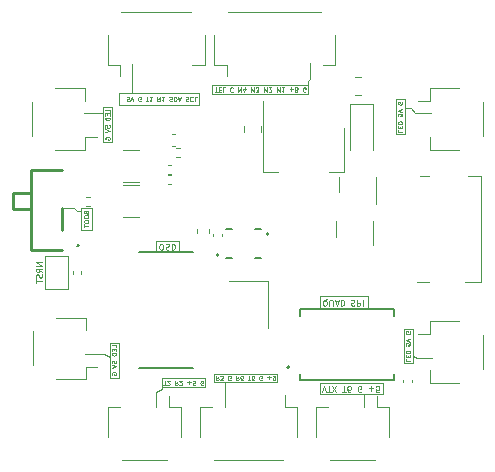
<source format=gbr>
%TF.GenerationSoftware,KiCad,Pcbnew,(6.0.4)*%
%TF.CreationDate,2023-01-18T22:00:33-06:00*%
%TF.ProjectId,Flight_Controller,466c6967-6874-45f4-936f-6e74726f6c6c,rev?*%
%TF.SameCoordinates,Original*%
%TF.FileFunction,Legend,Bot*%
%TF.FilePolarity,Positive*%
%FSLAX46Y46*%
G04 Gerber Fmt 4.6, Leading zero omitted, Abs format (unit mm)*
G04 Created by KiCad (PCBNEW (6.0.4)) date 2023-01-18 22:00:33*
%MOMM*%
%LPD*%
G01*
G04 APERTURE LIST*
%ADD10C,0.101600*%
%ADD11C,0.050800*%
%ADD12C,0.076200*%
%ADD13C,0.120000*%
%ADD14C,0.127000*%
%ADD15C,0.200000*%
%ADD16C,0.254000*%
%ADD17C,0.100000*%
G04 APERTURE END LIST*
D10*
X142060000Y-64110000D02*
X142230000Y-63950000D01*
X129660000Y-89260000D02*
X133380000Y-89260000D01*
X133380000Y-89260000D02*
X133380000Y-89990000D01*
X133380000Y-89990000D02*
X129660000Y-89990000D01*
X129660000Y-89990000D02*
X129660000Y-89260000D01*
X143080000Y-89690000D02*
X148370000Y-89690000D01*
X148370000Y-89690000D02*
X148370000Y-90560000D01*
X148370000Y-90560000D02*
X143080000Y-90560000D01*
X143080000Y-90560000D02*
X143080000Y-89690000D01*
X129220000Y-90460000D02*
X129740000Y-90180000D01*
X147160000Y-83400000D02*
X143050000Y-83400000D01*
X143050000Y-83400000D02*
X143050000Y-82330000D01*
X143050000Y-82330000D02*
X147160000Y-82330000D01*
X147160000Y-82330000D02*
X147160000Y-83400000D01*
X127190000Y-62650000D02*
X127190000Y-65150000D01*
X142230000Y-62570000D02*
X142230000Y-63950000D01*
X152480000Y-66800000D02*
X151130000Y-66800000D01*
X146830000Y-90560000D02*
X146830000Y-91720000D01*
X129200000Y-78550000D02*
X131110000Y-78550000D01*
X131110000Y-78550000D02*
X131110000Y-77650000D01*
X131110000Y-77650000D02*
X129200000Y-77650000D01*
X129200000Y-77650000D02*
X129200000Y-78550000D01*
X142060000Y-64450000D02*
X142060000Y-64110000D01*
X133970000Y-64450000D02*
X142060000Y-64450000D01*
X142060000Y-64450000D02*
X142060000Y-65200000D01*
X142060000Y-65200000D02*
X133970000Y-65200000D01*
X133970000Y-65200000D02*
X133970000Y-64450000D01*
X151310000Y-87550000D02*
X152590000Y-87550000D01*
X126020000Y-89205000D02*
X125260000Y-89205000D01*
X125260000Y-89205000D02*
X125260000Y-86255000D01*
X125260000Y-86255000D02*
X126020000Y-86255000D01*
X126020000Y-86255000D02*
X126020000Y-89205000D01*
X121210000Y-74830000D02*
X122290000Y-74830000D01*
X150760000Y-66420000D02*
X150280000Y-66420000D01*
X123070000Y-66800000D02*
X124710000Y-66800000D01*
X134115000Y-88860000D02*
X139425000Y-88860000D01*
X139425000Y-88860000D02*
X139425000Y-89590000D01*
X139425000Y-89590000D02*
X134115000Y-89590000D01*
X134115000Y-89590000D02*
X134115000Y-88860000D01*
X135030000Y-91730000D02*
X135030000Y-89590000D01*
X151130000Y-66800000D02*
X150760000Y-66420000D01*
X122520000Y-75130000D02*
X122850000Y-75130000D01*
X149490000Y-65640000D02*
X150250000Y-65640000D01*
X150250000Y-65640000D02*
X150250000Y-68590000D01*
X150250000Y-68590000D02*
X149490000Y-68590000D01*
X149490000Y-68590000D02*
X149490000Y-65640000D01*
X124760000Y-87230000D02*
X125260000Y-87450000D01*
X126080000Y-65150000D02*
X132840000Y-65150000D01*
X132840000Y-65150000D02*
X132840000Y-66110000D01*
X132840000Y-66110000D02*
X126080000Y-66110000D01*
X126080000Y-66110000D02*
X126080000Y-65150000D01*
X123150000Y-87230000D02*
X124760000Y-87230000D01*
X129740000Y-90180000D02*
X129740000Y-89990000D01*
X150150000Y-85055000D02*
X150910000Y-85055000D01*
X150910000Y-85055000D02*
X150910000Y-88005000D01*
X150910000Y-88005000D02*
X150150000Y-88005000D01*
X150150000Y-88005000D02*
X150150000Y-85055000D01*
X150910000Y-87350000D02*
X151310000Y-87550000D01*
X122290000Y-74830000D02*
X122520000Y-75130000D01*
X122850000Y-74880000D02*
X123750000Y-74880000D01*
X123750000Y-74880000D02*
X123750000Y-76750000D01*
X123750000Y-76750000D02*
X122850000Y-76750000D01*
X122850000Y-76750000D02*
X122850000Y-74880000D01*
X125470000Y-69275000D02*
X124710000Y-69275000D01*
X124710000Y-69275000D02*
X124710000Y-66325000D01*
X124710000Y-66325000D02*
X125470000Y-66325000D01*
X125470000Y-66325000D02*
X125470000Y-69275000D01*
X129220000Y-91710000D02*
X129220000Y-90460000D01*
D11*
X125282357Y-66714571D02*
X125282357Y-66533142D01*
X124901357Y-66533142D01*
X125082785Y-66841571D02*
X125082785Y-66968571D01*
X125282357Y-67023000D02*
X125282357Y-66841571D01*
X124901357Y-66841571D01*
X124901357Y-67023000D01*
X125282357Y-67186285D02*
X124901357Y-67186285D01*
X124901357Y-67277000D01*
X124919500Y-67331428D01*
X124955785Y-67367714D01*
X124992071Y-67385857D01*
X125064642Y-67404000D01*
X125119071Y-67404000D01*
X125191642Y-67385857D01*
X125227928Y-67367714D01*
X125264214Y-67331428D01*
X125282357Y-67277000D01*
X125282357Y-67186285D01*
X124901357Y-68039000D02*
X124901357Y-67857571D01*
X125082785Y-67839428D01*
X125064642Y-67857571D01*
X125046500Y-67893857D01*
X125046500Y-67984571D01*
X125064642Y-68020857D01*
X125082785Y-68039000D01*
X125119071Y-68057142D01*
X125209785Y-68057142D01*
X125246071Y-68039000D01*
X125264214Y-68020857D01*
X125282357Y-67984571D01*
X125282357Y-67893857D01*
X125264214Y-67857571D01*
X125246071Y-67839428D01*
X124901357Y-68166000D02*
X125282357Y-68293000D01*
X124901357Y-68420000D01*
X124919500Y-69036857D02*
X124901357Y-69000571D01*
X124901357Y-68946142D01*
X124919500Y-68891714D01*
X124955785Y-68855428D01*
X124992071Y-68837285D01*
X125064642Y-68819142D01*
X125119071Y-68819142D01*
X125191642Y-68837285D01*
X125227928Y-68855428D01*
X125264214Y-68891714D01*
X125282357Y-68946142D01*
X125282357Y-68982428D01*
X125264214Y-69036857D01*
X125246071Y-69055000D01*
X125119071Y-69055000D01*
X125119071Y-68982428D01*
D12*
X129595714Y-78378190D02*
X129692476Y-78378190D01*
X129740857Y-78354000D01*
X129789238Y-78305619D01*
X129813428Y-78208857D01*
X129813428Y-78039523D01*
X129789238Y-77942761D01*
X129740857Y-77894380D01*
X129692476Y-77870190D01*
X129595714Y-77870190D01*
X129547333Y-77894380D01*
X129498952Y-77942761D01*
X129474761Y-78039523D01*
X129474761Y-78208857D01*
X129498952Y-78305619D01*
X129547333Y-78354000D01*
X129595714Y-78378190D01*
X130006952Y-77894380D02*
X130079523Y-77870190D01*
X130200476Y-77870190D01*
X130248857Y-77894380D01*
X130273047Y-77918571D01*
X130297238Y-77966952D01*
X130297238Y-78015333D01*
X130273047Y-78063714D01*
X130248857Y-78087904D01*
X130200476Y-78112095D01*
X130103714Y-78136285D01*
X130055333Y-78160476D01*
X130031142Y-78184666D01*
X130006952Y-78233047D01*
X130006952Y-78281428D01*
X130031142Y-78329809D01*
X130055333Y-78354000D01*
X130103714Y-78378190D01*
X130224666Y-78378190D01*
X130297238Y-78354000D01*
X130514952Y-77870190D02*
X130514952Y-78378190D01*
X130635904Y-78378190D01*
X130708476Y-78354000D01*
X130756857Y-78305619D01*
X130781047Y-78257238D01*
X130805238Y-78160476D01*
X130805238Y-78087904D01*
X130781047Y-77991142D01*
X130756857Y-77942761D01*
X130708476Y-77894380D01*
X130635904Y-77870190D01*
X130514952Y-77870190D01*
D11*
X150337642Y-87615428D02*
X150337642Y-87796857D01*
X150718642Y-87796857D01*
X150537214Y-87488428D02*
X150537214Y-87361428D01*
X150337642Y-87307000D02*
X150337642Y-87488428D01*
X150718642Y-87488428D01*
X150718642Y-87307000D01*
X150337642Y-87143714D02*
X150718642Y-87143714D01*
X150718642Y-87053000D01*
X150700500Y-86998571D01*
X150664214Y-86962285D01*
X150627928Y-86944142D01*
X150555357Y-86926000D01*
X150500928Y-86926000D01*
X150428357Y-86944142D01*
X150392071Y-86962285D01*
X150355785Y-86998571D01*
X150337642Y-87053000D01*
X150337642Y-87143714D01*
X150718642Y-86291000D02*
X150718642Y-86472428D01*
X150537214Y-86490571D01*
X150555357Y-86472428D01*
X150573500Y-86436142D01*
X150573500Y-86345428D01*
X150555357Y-86309142D01*
X150537214Y-86291000D01*
X150500928Y-86272857D01*
X150410214Y-86272857D01*
X150373928Y-86291000D01*
X150355785Y-86309142D01*
X150337642Y-86345428D01*
X150337642Y-86436142D01*
X150355785Y-86472428D01*
X150373928Y-86490571D01*
X150718642Y-86164000D02*
X150337642Y-86037000D01*
X150718642Y-85910000D01*
X150700500Y-85293142D02*
X150718642Y-85329428D01*
X150718642Y-85383857D01*
X150700500Y-85438285D01*
X150664214Y-85474571D01*
X150627928Y-85492714D01*
X150555357Y-85510857D01*
X150500928Y-85510857D01*
X150428357Y-85492714D01*
X150392071Y-85474571D01*
X150355785Y-85438285D01*
X150337642Y-85383857D01*
X150337642Y-85347571D01*
X150355785Y-85293142D01*
X150373928Y-85275000D01*
X150500928Y-85275000D01*
X150500928Y-85347571D01*
D12*
X143665333Y-82561809D02*
X143616952Y-82586000D01*
X143568571Y-82634380D01*
X143496000Y-82706952D01*
X143447619Y-82731142D01*
X143399238Y-82731142D01*
X143423428Y-82610190D02*
X143375047Y-82634380D01*
X143326666Y-82682761D01*
X143302476Y-82779523D01*
X143302476Y-82948857D01*
X143326666Y-83045619D01*
X143375047Y-83094000D01*
X143423428Y-83118190D01*
X143520190Y-83118190D01*
X143568571Y-83094000D01*
X143616952Y-83045619D01*
X143641142Y-82948857D01*
X143641142Y-82779523D01*
X143616952Y-82682761D01*
X143568571Y-82634380D01*
X143520190Y-82610190D01*
X143423428Y-82610190D01*
X143858857Y-83118190D02*
X143858857Y-82706952D01*
X143883047Y-82658571D01*
X143907238Y-82634380D01*
X143955619Y-82610190D01*
X144052380Y-82610190D01*
X144100761Y-82634380D01*
X144124952Y-82658571D01*
X144149142Y-82706952D01*
X144149142Y-83118190D01*
X144366857Y-82755333D02*
X144608761Y-82755333D01*
X144318476Y-82610190D02*
X144487809Y-83118190D01*
X144657142Y-82610190D01*
X144826476Y-82610190D02*
X144826476Y-83118190D01*
X144947428Y-83118190D01*
X145020000Y-83094000D01*
X145068380Y-83045619D01*
X145092571Y-82997238D01*
X145116761Y-82900476D01*
X145116761Y-82827904D01*
X145092571Y-82731142D01*
X145068380Y-82682761D01*
X145020000Y-82634380D01*
X144947428Y-82610190D01*
X144826476Y-82610190D01*
X145697333Y-82634380D02*
X145769904Y-82610190D01*
X145890857Y-82610190D01*
X145939238Y-82634380D01*
X145963428Y-82658571D01*
X145987619Y-82706952D01*
X145987619Y-82755333D01*
X145963428Y-82803714D01*
X145939238Y-82827904D01*
X145890857Y-82852095D01*
X145794095Y-82876285D01*
X145745714Y-82900476D01*
X145721523Y-82924666D01*
X145697333Y-82973047D01*
X145697333Y-83021428D01*
X145721523Y-83069809D01*
X145745714Y-83094000D01*
X145794095Y-83118190D01*
X145915047Y-83118190D01*
X145987619Y-83094000D01*
X146205333Y-82610190D02*
X146205333Y-83118190D01*
X146398857Y-83118190D01*
X146447238Y-83094000D01*
X146471428Y-83069809D01*
X146495619Y-83021428D01*
X146495619Y-82948857D01*
X146471428Y-82900476D01*
X146447238Y-82876285D01*
X146398857Y-82852095D01*
X146205333Y-82852095D01*
X146713333Y-82610190D02*
X146713333Y-83118190D01*
D11*
X123272785Y-75222928D02*
X123290928Y-75277357D01*
X123309071Y-75295500D01*
X123345357Y-75313642D01*
X123399785Y-75313642D01*
X123436071Y-75295500D01*
X123454214Y-75277357D01*
X123472357Y-75241071D01*
X123472357Y-75095928D01*
X123091357Y-75095928D01*
X123091357Y-75222928D01*
X123109500Y-75259214D01*
X123127642Y-75277357D01*
X123163928Y-75295500D01*
X123200214Y-75295500D01*
X123236500Y-75277357D01*
X123254642Y-75259214D01*
X123272785Y-75222928D01*
X123272785Y-75095928D01*
X123091357Y-75549500D02*
X123091357Y-75622071D01*
X123109500Y-75658357D01*
X123145785Y-75694642D01*
X123218357Y-75712785D01*
X123345357Y-75712785D01*
X123417928Y-75694642D01*
X123454214Y-75658357D01*
X123472357Y-75622071D01*
X123472357Y-75549500D01*
X123454214Y-75513214D01*
X123417928Y-75476928D01*
X123345357Y-75458785D01*
X123218357Y-75458785D01*
X123145785Y-75476928D01*
X123109500Y-75513214D01*
X123091357Y-75549500D01*
X123091357Y-75948642D02*
X123091357Y-76021214D01*
X123109500Y-76057500D01*
X123145785Y-76093785D01*
X123218357Y-76111928D01*
X123345357Y-76111928D01*
X123417928Y-76093785D01*
X123454214Y-76057500D01*
X123472357Y-76021214D01*
X123472357Y-75948642D01*
X123454214Y-75912357D01*
X123417928Y-75876071D01*
X123345357Y-75857928D01*
X123218357Y-75857928D01*
X123145785Y-75876071D01*
X123109500Y-75912357D01*
X123091357Y-75948642D01*
X123091357Y-76220785D02*
X123091357Y-76438500D01*
X123472357Y-76329642D02*
X123091357Y-76329642D01*
X134184642Y-65018642D02*
X134402357Y-65018642D01*
X134293500Y-64637642D02*
X134293500Y-65018642D01*
X134529357Y-64837214D02*
X134656357Y-64837214D01*
X134710785Y-64637642D02*
X134529357Y-64637642D01*
X134529357Y-65018642D01*
X134710785Y-65018642D01*
X135055500Y-64637642D02*
X134874071Y-64637642D01*
X134874071Y-65018642D01*
X135690500Y-64673928D02*
X135672357Y-64655785D01*
X135617928Y-64637642D01*
X135581642Y-64637642D01*
X135527214Y-64655785D01*
X135490928Y-64692071D01*
X135472785Y-64728357D01*
X135454642Y-64800928D01*
X135454642Y-64855357D01*
X135472785Y-64927928D01*
X135490928Y-64964214D01*
X135527214Y-65000500D01*
X135581642Y-65018642D01*
X135617928Y-65018642D01*
X135672357Y-65000500D01*
X135690500Y-64982357D01*
X136144071Y-64637642D02*
X136144071Y-65018642D01*
X136271071Y-64746500D01*
X136398071Y-65018642D01*
X136398071Y-64637642D01*
X136742785Y-64891642D02*
X136742785Y-64637642D01*
X136652071Y-65036785D02*
X136561357Y-64764642D01*
X136797214Y-64764642D01*
X137232642Y-64637642D02*
X137232642Y-65018642D01*
X137359642Y-64746500D01*
X137486642Y-65018642D01*
X137486642Y-64637642D01*
X137631785Y-65018642D02*
X137867642Y-65018642D01*
X137740642Y-64873500D01*
X137795071Y-64873500D01*
X137831357Y-64855357D01*
X137849500Y-64837214D01*
X137867642Y-64800928D01*
X137867642Y-64710214D01*
X137849500Y-64673928D01*
X137831357Y-64655785D01*
X137795071Y-64637642D01*
X137686214Y-64637642D01*
X137649928Y-64655785D01*
X137631785Y-64673928D01*
X138321214Y-64637642D02*
X138321214Y-65018642D01*
X138448214Y-64746500D01*
X138575214Y-65018642D01*
X138575214Y-64637642D01*
X138738500Y-64982357D02*
X138756642Y-65000500D01*
X138792928Y-65018642D01*
X138883642Y-65018642D01*
X138919928Y-65000500D01*
X138938071Y-64982357D01*
X138956214Y-64946071D01*
X138956214Y-64909785D01*
X138938071Y-64855357D01*
X138720357Y-64637642D01*
X138956214Y-64637642D01*
X139409785Y-64637642D02*
X139409785Y-65018642D01*
X139536785Y-64746500D01*
X139663785Y-65018642D01*
X139663785Y-64637642D01*
X140044785Y-64637642D02*
X139827071Y-64637642D01*
X139935928Y-64637642D02*
X139935928Y-65018642D01*
X139899642Y-64964214D01*
X139863357Y-64927928D01*
X139827071Y-64909785D01*
X140498357Y-64782785D02*
X140788642Y-64782785D01*
X140643500Y-64637642D02*
X140643500Y-64927928D01*
X141097071Y-64837214D02*
X141151500Y-64819071D01*
X141169642Y-64800928D01*
X141187785Y-64764642D01*
X141187785Y-64710214D01*
X141169642Y-64673928D01*
X141151500Y-64655785D01*
X141115214Y-64637642D01*
X140970071Y-64637642D01*
X140970071Y-65018642D01*
X141097071Y-65018642D01*
X141133357Y-65000500D01*
X141151500Y-64982357D01*
X141169642Y-64946071D01*
X141169642Y-64909785D01*
X141151500Y-64873500D01*
X141133357Y-64855357D01*
X141097071Y-64837214D01*
X140970071Y-64837214D01*
X141840928Y-65000500D02*
X141804642Y-65018642D01*
X141750214Y-65018642D01*
X141695785Y-65000500D01*
X141659500Y-64964214D01*
X141641357Y-64927928D01*
X141623214Y-64855357D01*
X141623214Y-64800928D01*
X141641357Y-64728357D01*
X141659500Y-64692071D01*
X141695785Y-64655785D01*
X141750214Y-64637642D01*
X141786500Y-64637642D01*
X141840928Y-64655785D01*
X141859071Y-64673928D01*
X141859071Y-64800928D01*
X141786500Y-64800928D01*
D12*
X119539809Y-79445428D02*
X119031809Y-79445428D01*
X119539809Y-79735714D01*
X119031809Y-79735714D01*
X119539809Y-80267904D02*
X119297904Y-80098571D01*
X119539809Y-79977619D02*
X119031809Y-79977619D01*
X119031809Y-80171142D01*
X119056000Y-80219523D01*
X119080190Y-80243714D01*
X119128571Y-80267904D01*
X119201142Y-80267904D01*
X119249523Y-80243714D01*
X119273714Y-80219523D01*
X119297904Y-80171142D01*
X119297904Y-79977619D01*
X119515619Y-80461428D02*
X119539809Y-80534000D01*
X119539809Y-80654952D01*
X119515619Y-80703333D01*
X119491428Y-80727523D01*
X119443047Y-80751714D01*
X119394666Y-80751714D01*
X119346285Y-80727523D01*
X119322095Y-80703333D01*
X119297904Y-80654952D01*
X119273714Y-80558190D01*
X119249523Y-80509809D01*
X119225333Y-80485619D01*
X119176952Y-80461428D01*
X119128571Y-80461428D01*
X119080190Y-80485619D01*
X119056000Y-80509809D01*
X119031809Y-80558190D01*
X119031809Y-80679142D01*
X119056000Y-80751714D01*
X119031809Y-80896857D02*
X119031809Y-81187142D01*
X119539809Y-81042000D02*
X119031809Y-81042000D01*
D11*
X126901357Y-65798642D02*
X126719928Y-65798642D01*
X126701785Y-65617214D01*
X126719928Y-65635357D01*
X126756214Y-65653500D01*
X126846928Y-65653500D01*
X126883214Y-65635357D01*
X126901357Y-65617214D01*
X126919500Y-65580928D01*
X126919500Y-65490214D01*
X126901357Y-65453928D01*
X126883214Y-65435785D01*
X126846928Y-65417642D01*
X126756214Y-65417642D01*
X126719928Y-65435785D01*
X126701785Y-65453928D01*
X127028357Y-65798642D02*
X127155357Y-65417642D01*
X127282357Y-65798642D01*
X127899214Y-65780500D02*
X127862928Y-65798642D01*
X127808500Y-65798642D01*
X127754071Y-65780500D01*
X127717785Y-65744214D01*
X127699642Y-65707928D01*
X127681500Y-65635357D01*
X127681500Y-65580928D01*
X127699642Y-65508357D01*
X127717785Y-65472071D01*
X127754071Y-65435785D01*
X127808500Y-65417642D01*
X127844785Y-65417642D01*
X127899214Y-65435785D01*
X127917357Y-65453928D01*
X127917357Y-65580928D01*
X127844785Y-65580928D01*
X128316500Y-65798642D02*
X128534214Y-65798642D01*
X128425357Y-65417642D02*
X128425357Y-65798642D01*
X128860785Y-65417642D02*
X128643071Y-65417642D01*
X128751928Y-65417642D02*
X128751928Y-65798642D01*
X128715642Y-65744214D01*
X128679357Y-65707928D01*
X128643071Y-65689785D01*
X129532071Y-65417642D02*
X129405071Y-65599071D01*
X129314357Y-65417642D02*
X129314357Y-65798642D01*
X129459500Y-65798642D01*
X129495785Y-65780500D01*
X129513928Y-65762357D01*
X129532071Y-65726071D01*
X129532071Y-65671642D01*
X129513928Y-65635357D01*
X129495785Y-65617214D01*
X129459500Y-65599071D01*
X129314357Y-65599071D01*
X129894928Y-65417642D02*
X129677214Y-65417642D01*
X129786071Y-65417642D02*
X129786071Y-65798642D01*
X129749785Y-65744214D01*
X129713500Y-65707928D01*
X129677214Y-65689785D01*
X130330357Y-65435785D02*
X130384785Y-65417642D01*
X130475500Y-65417642D01*
X130511785Y-65435785D01*
X130529928Y-65453928D01*
X130548071Y-65490214D01*
X130548071Y-65526500D01*
X130529928Y-65562785D01*
X130511785Y-65580928D01*
X130475500Y-65599071D01*
X130402928Y-65617214D01*
X130366642Y-65635357D01*
X130348500Y-65653500D01*
X130330357Y-65689785D01*
X130330357Y-65726071D01*
X130348500Y-65762357D01*
X130366642Y-65780500D01*
X130402928Y-65798642D01*
X130493642Y-65798642D01*
X130548071Y-65780500D01*
X130711357Y-65417642D02*
X130711357Y-65798642D01*
X130802071Y-65798642D01*
X130856500Y-65780500D01*
X130892785Y-65744214D01*
X130910928Y-65707928D01*
X130929071Y-65635357D01*
X130929071Y-65580928D01*
X130910928Y-65508357D01*
X130892785Y-65472071D01*
X130856500Y-65435785D01*
X130802071Y-65417642D01*
X130711357Y-65417642D01*
X131074214Y-65526500D02*
X131255642Y-65526500D01*
X131037928Y-65417642D02*
X131164928Y-65798642D01*
X131291928Y-65417642D01*
X131691071Y-65435785D02*
X131745500Y-65417642D01*
X131836214Y-65417642D01*
X131872500Y-65435785D01*
X131890642Y-65453928D01*
X131908785Y-65490214D01*
X131908785Y-65526500D01*
X131890642Y-65562785D01*
X131872500Y-65580928D01*
X131836214Y-65599071D01*
X131763642Y-65617214D01*
X131727357Y-65635357D01*
X131709214Y-65653500D01*
X131691071Y-65689785D01*
X131691071Y-65726071D01*
X131709214Y-65762357D01*
X131727357Y-65780500D01*
X131763642Y-65798642D01*
X131854357Y-65798642D01*
X131908785Y-65780500D01*
X132289785Y-65453928D02*
X132271642Y-65435785D01*
X132217214Y-65417642D01*
X132180928Y-65417642D01*
X132126500Y-65435785D01*
X132090214Y-65472071D01*
X132072071Y-65508357D01*
X132053928Y-65580928D01*
X132053928Y-65635357D01*
X132072071Y-65707928D01*
X132090214Y-65744214D01*
X132126500Y-65780500D01*
X132180928Y-65798642D01*
X132217214Y-65798642D01*
X132271642Y-65780500D01*
X132289785Y-65762357D01*
X132634500Y-65417642D02*
X132453071Y-65417642D01*
X132453071Y-65798642D01*
X125832357Y-86644571D02*
X125832357Y-86463142D01*
X125451357Y-86463142D01*
X125632785Y-86771571D02*
X125632785Y-86898571D01*
X125832357Y-86953000D02*
X125832357Y-86771571D01*
X125451357Y-86771571D01*
X125451357Y-86953000D01*
X125832357Y-87116285D02*
X125451357Y-87116285D01*
X125451357Y-87207000D01*
X125469500Y-87261428D01*
X125505785Y-87297714D01*
X125542071Y-87315857D01*
X125614642Y-87334000D01*
X125669071Y-87334000D01*
X125741642Y-87315857D01*
X125777928Y-87297714D01*
X125814214Y-87261428D01*
X125832357Y-87207000D01*
X125832357Y-87116285D01*
X125451357Y-87969000D02*
X125451357Y-87787571D01*
X125632785Y-87769428D01*
X125614642Y-87787571D01*
X125596500Y-87823857D01*
X125596500Y-87914571D01*
X125614642Y-87950857D01*
X125632785Y-87969000D01*
X125669071Y-87987142D01*
X125759785Y-87987142D01*
X125796071Y-87969000D01*
X125814214Y-87950857D01*
X125832357Y-87914571D01*
X125832357Y-87823857D01*
X125814214Y-87787571D01*
X125796071Y-87769428D01*
X125451357Y-88096000D02*
X125832357Y-88223000D01*
X125451357Y-88350000D01*
X125469500Y-88966857D02*
X125451357Y-88930571D01*
X125451357Y-88876142D01*
X125469500Y-88821714D01*
X125505785Y-88785428D01*
X125542071Y-88767285D01*
X125614642Y-88749142D01*
X125669071Y-88749142D01*
X125741642Y-88767285D01*
X125777928Y-88785428D01*
X125814214Y-88821714D01*
X125832357Y-88876142D01*
X125832357Y-88912428D01*
X125814214Y-88966857D01*
X125796071Y-88985000D01*
X125669071Y-88985000D01*
X125669071Y-88912428D01*
D12*
X143268857Y-90438190D02*
X143438190Y-89930190D01*
X143607523Y-90438190D01*
X143704285Y-90438190D02*
X143994571Y-90438190D01*
X143849428Y-89930190D02*
X143849428Y-90438190D01*
X144115523Y-90438190D02*
X144454190Y-89930190D01*
X144454190Y-90438190D02*
X144115523Y-89930190D01*
X144962190Y-90438190D02*
X145252476Y-90438190D01*
X145107333Y-89930190D02*
X145107333Y-90438190D01*
X145639523Y-90438190D02*
X145542761Y-90438190D01*
X145494380Y-90414000D01*
X145470190Y-90389809D01*
X145421809Y-90317238D01*
X145397619Y-90220476D01*
X145397619Y-90026952D01*
X145421809Y-89978571D01*
X145446000Y-89954380D01*
X145494380Y-89930190D01*
X145591142Y-89930190D01*
X145639523Y-89954380D01*
X145663714Y-89978571D01*
X145687904Y-90026952D01*
X145687904Y-90147904D01*
X145663714Y-90196285D01*
X145639523Y-90220476D01*
X145591142Y-90244666D01*
X145494380Y-90244666D01*
X145446000Y-90220476D01*
X145421809Y-90196285D01*
X145397619Y-90147904D01*
X146558761Y-90414000D02*
X146510380Y-90438190D01*
X146437809Y-90438190D01*
X146365238Y-90414000D01*
X146316857Y-90365619D01*
X146292666Y-90317238D01*
X146268476Y-90220476D01*
X146268476Y-90147904D01*
X146292666Y-90051142D01*
X146316857Y-90002761D01*
X146365238Y-89954380D01*
X146437809Y-89930190D01*
X146486190Y-89930190D01*
X146558761Y-89954380D01*
X146582952Y-89978571D01*
X146582952Y-90147904D01*
X146486190Y-90147904D01*
X147187714Y-90123714D02*
X147574761Y-90123714D01*
X147381238Y-89930190D02*
X147381238Y-90317238D01*
X148058571Y-90438190D02*
X147816666Y-90438190D01*
X147792476Y-90196285D01*
X147816666Y-90220476D01*
X147865047Y-90244666D01*
X147986000Y-90244666D01*
X148034380Y-90220476D01*
X148058571Y-90196285D01*
X148082761Y-90147904D01*
X148082761Y-90026952D01*
X148058571Y-89978571D01*
X148034380Y-89954380D01*
X147986000Y-89930190D01*
X147865047Y-89930190D01*
X147816666Y-89954380D01*
X147792476Y-89978571D01*
D11*
X149677642Y-68200428D02*
X149677642Y-68381857D01*
X150058642Y-68381857D01*
X149877214Y-68073428D02*
X149877214Y-67946428D01*
X149677642Y-67892000D02*
X149677642Y-68073428D01*
X150058642Y-68073428D01*
X150058642Y-67892000D01*
X149677642Y-67728714D02*
X150058642Y-67728714D01*
X150058642Y-67638000D01*
X150040500Y-67583571D01*
X150004214Y-67547285D01*
X149967928Y-67529142D01*
X149895357Y-67511000D01*
X149840928Y-67511000D01*
X149768357Y-67529142D01*
X149732071Y-67547285D01*
X149695785Y-67583571D01*
X149677642Y-67638000D01*
X149677642Y-67728714D01*
X150058642Y-66876000D02*
X150058642Y-67057428D01*
X149877214Y-67075571D01*
X149895357Y-67057428D01*
X149913500Y-67021142D01*
X149913500Y-66930428D01*
X149895357Y-66894142D01*
X149877214Y-66876000D01*
X149840928Y-66857857D01*
X149750214Y-66857857D01*
X149713928Y-66876000D01*
X149695785Y-66894142D01*
X149677642Y-66930428D01*
X149677642Y-67021142D01*
X149695785Y-67057428D01*
X149713928Y-67075571D01*
X150058642Y-66749000D02*
X149677642Y-66622000D01*
X150058642Y-66495000D01*
X150040500Y-65878142D02*
X150058642Y-65914428D01*
X150058642Y-65968857D01*
X150040500Y-66023285D01*
X150004214Y-66059571D01*
X149967928Y-66077714D01*
X149895357Y-66095857D01*
X149840928Y-66095857D01*
X149768357Y-66077714D01*
X149732071Y-66059571D01*
X149695785Y-66023285D01*
X149677642Y-65968857D01*
X149677642Y-65932571D01*
X149695785Y-65878142D01*
X149713928Y-65860000D01*
X149840928Y-65860000D01*
X149840928Y-65932571D01*
X134484000Y-89047642D02*
X134357000Y-89229071D01*
X134266285Y-89047642D02*
X134266285Y-89428642D01*
X134411428Y-89428642D01*
X134447714Y-89410500D01*
X134465857Y-89392357D01*
X134484000Y-89356071D01*
X134484000Y-89301642D01*
X134465857Y-89265357D01*
X134447714Y-89247214D01*
X134411428Y-89229071D01*
X134266285Y-89229071D01*
X134611000Y-89428642D02*
X134846857Y-89428642D01*
X134719857Y-89283500D01*
X134774285Y-89283500D01*
X134810571Y-89265357D01*
X134828714Y-89247214D01*
X134846857Y-89210928D01*
X134846857Y-89120214D01*
X134828714Y-89083928D01*
X134810571Y-89065785D01*
X134774285Y-89047642D01*
X134665428Y-89047642D01*
X134629142Y-89065785D01*
X134611000Y-89083928D01*
X135500000Y-89410500D02*
X135463714Y-89428642D01*
X135409285Y-89428642D01*
X135354857Y-89410500D01*
X135318571Y-89374214D01*
X135300428Y-89337928D01*
X135282285Y-89265357D01*
X135282285Y-89210928D01*
X135300428Y-89138357D01*
X135318571Y-89102071D01*
X135354857Y-89065785D01*
X135409285Y-89047642D01*
X135445571Y-89047642D01*
X135500000Y-89065785D01*
X135518142Y-89083928D01*
X135518142Y-89210928D01*
X135445571Y-89210928D01*
X136189428Y-89047642D02*
X136062428Y-89229071D01*
X135971714Y-89047642D02*
X135971714Y-89428642D01*
X136116857Y-89428642D01*
X136153142Y-89410500D01*
X136171285Y-89392357D01*
X136189428Y-89356071D01*
X136189428Y-89301642D01*
X136171285Y-89265357D01*
X136153142Y-89247214D01*
X136116857Y-89229071D01*
X135971714Y-89229071D01*
X136516000Y-89428642D02*
X136443428Y-89428642D01*
X136407142Y-89410500D01*
X136389000Y-89392357D01*
X136352714Y-89337928D01*
X136334571Y-89265357D01*
X136334571Y-89120214D01*
X136352714Y-89083928D01*
X136370857Y-89065785D01*
X136407142Y-89047642D01*
X136479714Y-89047642D01*
X136516000Y-89065785D01*
X136534142Y-89083928D01*
X136552285Y-89120214D01*
X136552285Y-89210928D01*
X136534142Y-89247214D01*
X136516000Y-89265357D01*
X136479714Y-89283500D01*
X136407142Y-89283500D01*
X136370857Y-89265357D01*
X136352714Y-89247214D01*
X136334571Y-89210928D01*
X136951428Y-89428642D02*
X137169142Y-89428642D01*
X137060285Y-89047642D02*
X137060285Y-89428642D01*
X137459428Y-89428642D02*
X137386857Y-89428642D01*
X137350571Y-89410500D01*
X137332428Y-89392357D01*
X137296142Y-89337928D01*
X137278000Y-89265357D01*
X137278000Y-89120214D01*
X137296142Y-89083928D01*
X137314285Y-89065785D01*
X137350571Y-89047642D01*
X137423142Y-89047642D01*
X137459428Y-89065785D01*
X137477571Y-89083928D01*
X137495714Y-89120214D01*
X137495714Y-89210928D01*
X137477571Y-89247214D01*
X137459428Y-89265357D01*
X137423142Y-89283500D01*
X137350571Y-89283500D01*
X137314285Y-89265357D01*
X137296142Y-89247214D01*
X137278000Y-89210928D01*
X138148857Y-89410500D02*
X138112571Y-89428642D01*
X138058142Y-89428642D01*
X138003714Y-89410500D01*
X137967428Y-89374214D01*
X137949285Y-89337928D01*
X137931142Y-89265357D01*
X137931142Y-89210928D01*
X137949285Y-89138357D01*
X137967428Y-89102071D01*
X138003714Y-89065785D01*
X138058142Y-89047642D01*
X138094428Y-89047642D01*
X138148857Y-89065785D01*
X138167000Y-89083928D01*
X138167000Y-89210928D01*
X138094428Y-89210928D01*
X138620571Y-89192785D02*
X138910857Y-89192785D01*
X138765714Y-89047642D02*
X138765714Y-89337928D01*
X139110428Y-89047642D02*
X139183000Y-89047642D01*
X139219285Y-89065785D01*
X139237428Y-89083928D01*
X139273714Y-89138357D01*
X139291857Y-89210928D01*
X139291857Y-89356071D01*
X139273714Y-89392357D01*
X139255571Y-89410500D01*
X139219285Y-89428642D01*
X139146714Y-89428642D01*
X139110428Y-89410500D01*
X139092285Y-89392357D01*
X139074142Y-89356071D01*
X139074142Y-89265357D01*
X139092285Y-89229071D01*
X139110428Y-89210928D01*
X139146714Y-89192785D01*
X139219285Y-89192785D01*
X139255571Y-89210928D01*
X139273714Y-89229071D01*
X139291857Y-89265357D01*
X129804571Y-89838642D02*
X130022285Y-89838642D01*
X129913428Y-89457642D02*
X129913428Y-89838642D01*
X130131142Y-89802357D02*
X130149285Y-89820500D01*
X130185571Y-89838642D01*
X130276285Y-89838642D01*
X130312571Y-89820500D01*
X130330714Y-89802357D01*
X130348857Y-89766071D01*
X130348857Y-89729785D01*
X130330714Y-89675357D01*
X130113000Y-89457642D01*
X130348857Y-89457642D01*
X131020142Y-89457642D02*
X130893142Y-89639071D01*
X130802428Y-89457642D02*
X130802428Y-89838642D01*
X130947571Y-89838642D01*
X130983857Y-89820500D01*
X131002000Y-89802357D01*
X131020142Y-89766071D01*
X131020142Y-89711642D01*
X131002000Y-89675357D01*
X130983857Y-89657214D01*
X130947571Y-89639071D01*
X130802428Y-89639071D01*
X131165285Y-89802357D02*
X131183428Y-89820500D01*
X131219714Y-89838642D01*
X131310428Y-89838642D01*
X131346714Y-89820500D01*
X131364857Y-89802357D01*
X131383000Y-89766071D01*
X131383000Y-89729785D01*
X131364857Y-89675357D01*
X131147142Y-89457642D01*
X131383000Y-89457642D01*
X131836571Y-89602785D02*
X132126857Y-89602785D01*
X131981714Y-89457642D02*
X131981714Y-89747928D01*
X132489714Y-89838642D02*
X132308285Y-89838642D01*
X132290142Y-89657214D01*
X132308285Y-89675357D01*
X132344571Y-89693500D01*
X132435285Y-89693500D01*
X132471571Y-89675357D01*
X132489714Y-89657214D01*
X132507857Y-89620928D01*
X132507857Y-89530214D01*
X132489714Y-89493928D01*
X132471571Y-89475785D01*
X132435285Y-89457642D01*
X132344571Y-89457642D01*
X132308285Y-89475785D01*
X132290142Y-89493928D01*
X133161000Y-89820500D02*
X133124714Y-89838642D01*
X133070285Y-89838642D01*
X133015857Y-89820500D01*
X132979571Y-89784214D01*
X132961428Y-89747928D01*
X132943285Y-89675357D01*
X132943285Y-89620928D01*
X132961428Y-89548357D01*
X132979571Y-89512071D01*
X133015857Y-89475785D01*
X133070285Y-89457642D01*
X133106571Y-89457642D01*
X133161000Y-89475785D01*
X133179142Y-89493928D01*
X133179142Y-89620928D01*
X133106571Y-89620928D01*
D13*
%TO.C,C22*%
X138095000Y-68431252D02*
X138095000Y-67908748D01*
X136625000Y-68431252D02*
X136625000Y-67908748D01*
%TO.C,J5*%
X135310000Y-58240000D02*
X143190000Y-58240000D01*
X135190000Y-62710000D02*
X135190000Y-63700000D01*
X134140000Y-62710000D02*
X135190000Y-62710000D01*
X134140000Y-60210000D02*
X134140000Y-62710000D01*
X144360000Y-60210000D02*
X144360000Y-62710000D01*
X144360000Y-62710000D02*
X143310000Y-62710000D01*
%TO.C,R20*%
X130483641Y-71950000D02*
X130176359Y-71950000D01*
X130483641Y-71190000D02*
X130176359Y-71190000D01*
%TO.C,C27*%
X130840580Y-68565000D02*
X130559420Y-68565000D01*
X130840580Y-69585000D02*
X130559420Y-69585000D01*
%TO.C,J8*%
X126140000Y-62710000D02*
X126140000Y-63700000D01*
X133310000Y-62710000D02*
X132260000Y-62710000D01*
X125090000Y-62710000D02*
X126140000Y-62710000D01*
X125090000Y-60210000D02*
X125090000Y-62710000D01*
X133310000Y-60210000D02*
X133310000Y-62710000D01*
X126260000Y-58240000D02*
X132140000Y-58240000D01*
%TO.C,Y1*%
X138660000Y-81010000D02*
X138660000Y-85010000D01*
X135360000Y-81010000D02*
X138660000Y-81010000D01*
%TO.C,C15*%
X145998748Y-65265000D02*
X146521252Y-65265000D01*
X145998748Y-63795000D02*
X146521252Y-63795000D01*
%TO.C,Q1*%
X144700000Y-72870000D02*
X144700000Y-73520000D01*
X147820000Y-72870000D02*
X147820000Y-74545000D01*
X144700000Y-72870000D02*
X144700000Y-72220000D01*
X147820000Y-72870000D02*
X147820000Y-72220000D01*
%TO.C,R19*%
X130186359Y-72090000D02*
X130493641Y-72090000D01*
X130186359Y-72850000D02*
X130493641Y-72850000D01*
D14*
%TO.C,U4*%
X141380000Y-83425000D02*
X141380000Y-83980000D01*
X149380000Y-83425000D02*
X149380000Y-83980000D01*
X141380000Y-83425000D02*
X149380000Y-83425000D01*
X149380000Y-89425000D02*
X149380000Y-88870000D01*
X141380000Y-89425000D02*
X141380000Y-88870000D01*
X141380000Y-89425000D02*
X149380000Y-89425000D01*
D15*
X140480000Y-88330000D02*
G75*
G03*
X140480000Y-88330000I-100000J0D01*
G01*
D13*
%TO.C,J2*%
X152375000Y-84425000D02*
X152375000Y-85475000D01*
X154875000Y-89645000D02*
X152375000Y-89645000D01*
X154875000Y-84425000D02*
X152375000Y-84425000D01*
X156845000Y-85595000D02*
X156845000Y-88475000D01*
X152375000Y-85475000D02*
X151385000Y-85475000D01*
X152375000Y-89645000D02*
X152375000Y-88595000D01*
%TO.C,C43*%
X122860000Y-80192164D02*
X122860000Y-80407836D01*
X122140000Y-80192164D02*
X122140000Y-80407836D01*
D16*
%TO.C,SW1*%
X117110000Y-73610000D02*
X118610000Y-73610000D01*
X117110000Y-74910000D02*
X117110000Y-73610000D01*
X121210000Y-76713670D02*
X121210000Y-74864670D01*
X118610000Y-71660000D02*
X118610000Y-78360000D01*
X118610000Y-74910000D02*
X117110000Y-74910000D01*
X118610000Y-78360000D02*
X121210000Y-78360000D01*
X121210000Y-71660000D02*
X118610000Y-71660000D01*
X122602670Y-78030330D02*
G75*
G03*
X122602670Y-78030330I-54000J0D01*
G01*
D13*
%TO.C,J1*%
X154875000Y-69920000D02*
X152375000Y-69920000D01*
X152375000Y-65750000D02*
X151385000Y-65750000D01*
X156845000Y-65870000D02*
X156845000Y-68750000D01*
X152375000Y-64700000D02*
X152375000Y-65750000D01*
X154875000Y-64700000D02*
X152375000Y-64700000D01*
X152375000Y-69920000D02*
X152375000Y-68870000D01*
%TO.C,C4*%
X134760000Y-77232836D02*
X134760000Y-77017164D01*
X134040000Y-77232836D02*
X134040000Y-77017164D01*
%TO.C,U5*%
X145100000Y-68030000D02*
X145100000Y-71790000D01*
X138280000Y-71790000D02*
X139540000Y-71790000D01*
X145100000Y-71790000D02*
X143840000Y-71790000D01*
X138280000Y-65780000D02*
X138280000Y-71790000D01*
%TO.C,J6*%
X125115000Y-91715000D02*
X126165000Y-91715000D01*
X131335000Y-91715000D02*
X130285000Y-91715000D01*
X130285000Y-91715000D02*
X130285000Y-90725000D01*
X130165000Y-96185000D02*
X126285000Y-96185000D01*
X131335000Y-94215000D02*
X131335000Y-91715000D01*
X125115000Y-94215000D02*
X125115000Y-91715000D01*
%TO.C,J3*%
X123170000Y-64700000D02*
X123170000Y-65750000D01*
X123170000Y-69920000D02*
X123170000Y-68870000D01*
X120670000Y-69920000D02*
X123170000Y-69920000D01*
X118700000Y-68750000D02*
X118700000Y-65870000D01*
X120670000Y-64700000D02*
X123170000Y-64700000D01*
X123170000Y-68870000D02*
X124160000Y-68870000D01*
%TO.C,D1*%
X145580000Y-66020000D02*
X145580000Y-69920000D01*
X145580000Y-66020000D02*
X147580000Y-66020000D01*
X147580000Y-66020000D02*
X147580000Y-69920000D01*
%TO.C,R26*%
X123296359Y-73895000D02*
X123603641Y-73895000D01*
X123296359Y-74655000D02*
X123603641Y-74655000D01*
%TO.C,C7*%
X132665000Y-76940580D02*
X132665000Y-76659420D01*
X133685000Y-76940580D02*
X133685000Y-76659420D01*
%TO.C,R17*%
X130896359Y-69770000D02*
X131203641Y-69770000D01*
X130896359Y-70530000D02*
X131203641Y-70530000D01*
%TO.C,C29*%
X126363748Y-72660000D02*
X127786252Y-72660000D01*
X126363748Y-69940000D02*
X127786252Y-69940000D01*
%TO.C,C14*%
X150115000Y-89582836D02*
X150115000Y-89367164D01*
X150835000Y-89582836D02*
X150835000Y-89367164D01*
%TO.C,C31*%
X126363748Y-75610000D02*
X127786252Y-75610000D01*
X126363748Y-72890000D02*
X127786252Y-72890000D01*
%TO.C,J4*%
X120735000Y-89340000D02*
X123235000Y-89340000D01*
X118765000Y-88170000D02*
X118765000Y-85290000D01*
X123235000Y-84120000D02*
X123235000Y-85170000D01*
X123235000Y-89340000D02*
X123235000Y-88290000D01*
X123235000Y-88290000D02*
X124225000Y-88290000D01*
X120735000Y-84120000D02*
X123235000Y-84120000D01*
%TO.C,J11*%
X142715000Y-91715000D02*
X143765000Y-91715000D01*
X147765000Y-96185000D02*
X143885000Y-96185000D01*
X148935000Y-94215000D02*
X148935000Y-91715000D01*
X142715000Y-94215000D02*
X142715000Y-91715000D01*
X148935000Y-91715000D02*
X147885000Y-91715000D01*
X147885000Y-91715000D02*
X147885000Y-90725000D01*
%TO.C,D2*%
X147580000Y-75970000D02*
X147580000Y-77970000D01*
X144460000Y-77270000D02*
X144460000Y-75970000D01*
%TO.C,JP1*%
X119775000Y-81700000D02*
X121775000Y-81700000D01*
X121775000Y-78900000D02*
X119775000Y-78900000D01*
X121775000Y-81700000D02*
X121775000Y-78900000D01*
X119775000Y-78900000D02*
X119775000Y-81700000D01*
D14*
%TO.C,U2*%
X132285000Y-88360000D02*
X127785000Y-88360000D01*
X132285000Y-78560000D02*
X127785000Y-78560000D01*
D15*
X134490000Y-78825000D02*
G75*
G03*
X134490000Y-78825000I-100000J0D01*
G01*
D13*
%TO.C,J7*%
X132920000Y-94205000D02*
X132920000Y-91705000D01*
X139970000Y-96175000D02*
X134090000Y-96175000D01*
X132920000Y-91705000D02*
X133970000Y-91705000D01*
X140090000Y-91705000D02*
X140090000Y-90715000D01*
X141140000Y-91705000D02*
X140090000Y-91705000D01*
X141140000Y-94205000D02*
X141140000Y-91705000D01*
D17*
%TO.C,P1*%
X151570000Y-72140000D02*
X152320000Y-72140000D01*
X156747000Y-72170000D02*
X156747000Y-72170000D01*
X156747000Y-72170000D02*
X155570000Y-72170000D01*
X156747000Y-72170000D02*
X156747000Y-72170000D01*
X156747000Y-81110000D02*
X156747000Y-81110000D01*
X156747000Y-81110000D02*
X156747000Y-81110000D01*
X155570000Y-72170000D02*
X155570000Y-72170000D01*
X156747000Y-81110000D02*
X156747000Y-72170000D01*
X156747000Y-72170000D02*
X156747000Y-81110000D01*
X156747000Y-81110000D02*
X155320000Y-81110000D01*
X152320000Y-81110000D02*
X151320000Y-81110000D01*
X155570000Y-72170000D02*
X156747000Y-72170000D01*
X155320000Y-81110000D02*
X155320000Y-81110000D01*
X151320000Y-81110000D02*
X151320000Y-81110000D01*
X151320000Y-81110000D02*
X152320000Y-81110000D01*
X152320000Y-81110000D02*
X152320000Y-81110000D01*
X152320000Y-72170000D02*
X151570000Y-72170000D01*
X151570000Y-72170000D02*
X151570000Y-72140000D01*
X152320000Y-72140000D02*
X152320000Y-72170000D01*
X155320000Y-81110000D02*
X156747000Y-81110000D01*
D14*
%TO.C,U1*%
X135622500Y-76600000D02*
X135112500Y-76600000D01*
X135112500Y-79100000D02*
X135622500Y-79100000D01*
X138112500Y-79100000D02*
X137602500Y-79100000D01*
X138112500Y-76600000D02*
X137602500Y-76600000D01*
D15*
X138712500Y-77050000D02*
G75*
G03*
X138712500Y-77050000I-100000J0D01*
G01*
%TD*%
M02*

</source>
